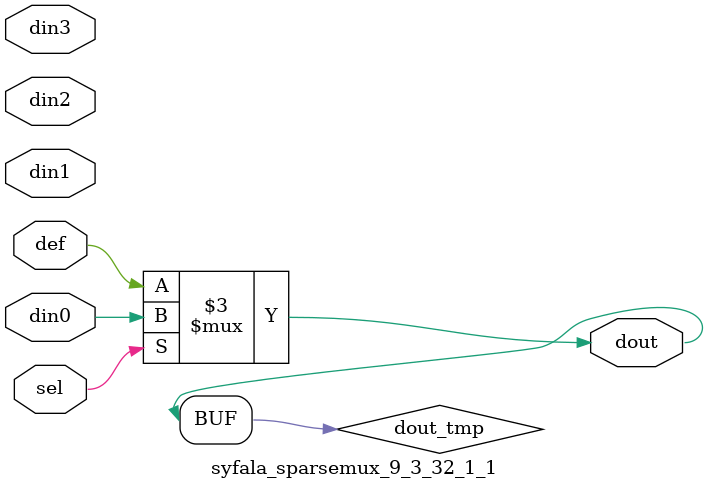
<source format=v>
`timescale 1ns / 1ps

module syfala_sparsemux_9_3_32_1_1 (din0,din1,din2,din3,def,sel,dout);

parameter din0_WIDTH = 1;

parameter din1_WIDTH = 1;

parameter din2_WIDTH = 1;

parameter din3_WIDTH = 1;

parameter def_WIDTH = 1;
parameter sel_WIDTH = 1;
parameter dout_WIDTH = 1;

parameter [sel_WIDTH-1:0] CASE0 = 1;

parameter [sel_WIDTH-1:0] CASE1 = 1;

parameter [sel_WIDTH-1:0] CASE2 = 1;

parameter [sel_WIDTH-1:0] CASE3 = 1;

parameter ID = 1;
parameter NUM_STAGE = 1;



input [din0_WIDTH-1:0] din0;

input [din1_WIDTH-1:0] din1;

input [din2_WIDTH-1:0] din2;

input [din3_WIDTH-1:0] din3;

input [def_WIDTH-1:0] def;
input [sel_WIDTH-1:0] sel;

output [dout_WIDTH-1:0] dout;



reg [dout_WIDTH-1:0] dout_tmp;


always @ (*) begin
(* parallel_case *) case (sel)
    
    CASE0 : dout_tmp = din0;
    
    CASE1 : dout_tmp = din1;
    
    CASE2 : dout_tmp = din2;
    
    CASE3 : dout_tmp = din3;
    
    default : dout_tmp = def;
endcase
end


assign dout = dout_tmp;



endmodule

</source>
